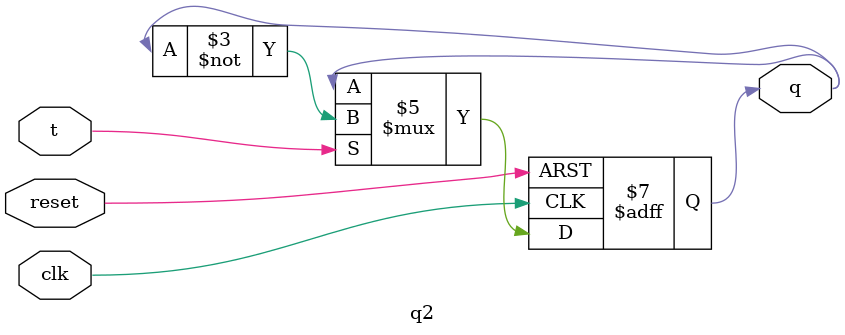
<source format=v>
module q2(t,clk,reset,q);
input t,clk,reset;
output reg q;
always@(negedge clk or negedge reset)
begin
if(!reset)
	q<=0;
else if (t)
	q<=(~q);
else
	q<=q;
end
endmodule

</source>
